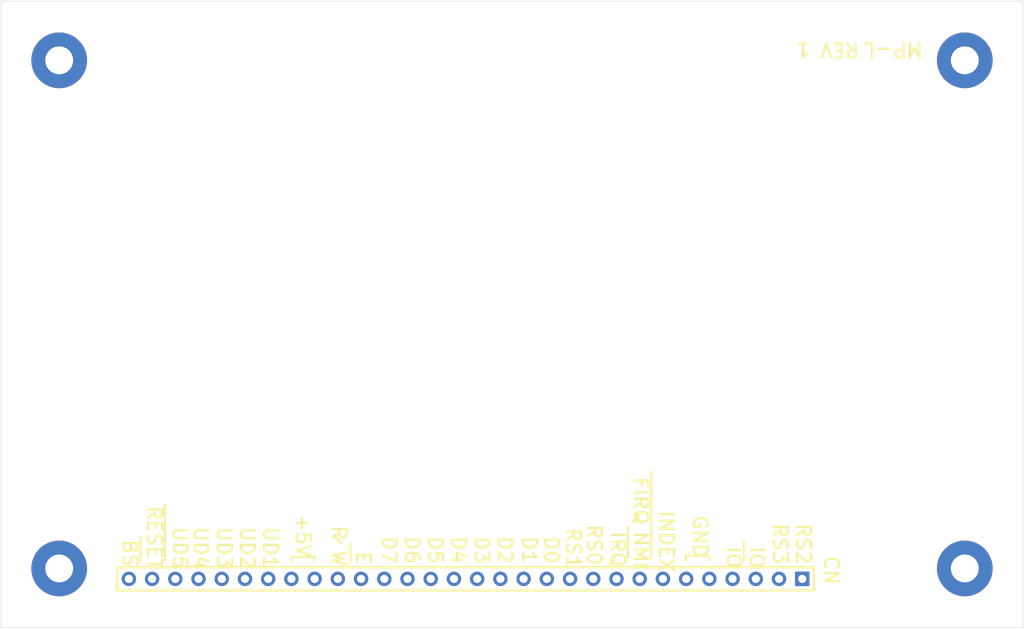
<source format=kicad_pcb>
(kicad_pcb (version 20211014) (generator pcbnew)
  (layers (0 "F.Cu" signal "Top Layer") (31 "B.Cu" signal "Bottom Layer") (34 "B.Paste" user "Bottom Paste") (35 "F.Paste" user "Top Paste") (36 "B.SilkS" user "Bottom Overlay") (37 "F.SilkS" user "Top Overlay") (38 "B.Mask" user "Bottom Solder") (39 "F.Mask" user "Top Solder") (44 "Edge.Cuts" user))
  (net 0 "")
  (footprint "" (layer "F.Cu") (at 98.9711 77.1906)
    (fp_text reference "" (at 0 0) (layer "F.SilkS") (effects (font (size 1.27 1.27))))
    (fp_text value "" (at 0 0) (layer "F.SilkS") (effects (font (size 1.27 1.27))))
    (pad "0" thru_hole circle locked (at 0 0) (size 6.096 6.096) (drill 3.048) (layers *.Cu *.Mask))
  )
  (footprint "" (layer "F.Cu") (at 98.9711 132.8166)
    (fp_text reference "" (at 0 0) (layer "F.SilkS") (effects (font (size 1.27 1.27))))
    (fp_text value "" (at 0 0) (layer "F.SilkS") (effects (font (size 1.27 1.27))))
    (pad "0" thru_hole circle locked (at 0 0) (size 6.096 6.096) (drill 3.048) (layers *.Cu *.Mask))
  )
  (footprint "" (layer "F.Cu") (at 198.0311 77.1906)
    (fp_text reference "" (at 0 0) (layer "F.SilkS") (effects (font (size 1.27 1.27))))
    (fp_text value "" (at 0 0) (layer "F.SilkS") (effects (font (size 1.27 1.27))))
    (pad "0" thru_hole circle locked (at 0 0) (size 6.096 6.096) (drill 3.048) (layers *.Cu *.Mask))
  )
  (footprint "ThroughHole.PcbLib:SIL30" (layer "F.Cu") (at 180.2511 133.9596 -90)
    (fp_text reference "CN" (at -2.667 -2.286 -90 unlocked) (layer "F.SilkS") (effects (font (size 1.524 1.524) (thickness 0.254)) (justify left bottom)))
    (fp_text value "SS30-100" hide)
    (fp_line (start 1.27 74.93) (end 1.27 -1.27) (layer "F.SilkS") (width 0.254))
    (fp_line (start -1.27 74.93) (end -1.27 -1.27) (layer "F.SilkS") (width 0.254))
    (fp_line (start 1.27 74.93) (end -1.27 74.93) (layer "F.SilkS") (width 0.254))
    (fp_line (start 1.27 -1.27) (end -1.27 -1.27) (layer "F.SilkS") (width 0.254))
    (pad "1" thru_hole rect locked (at 0 0 270) (size 1.5748 1.5748) (drill 0.899998) (layers *.Cu *.Mask))
    (pad "2" thru_hole circle locked (at 0 2.54 270) (size 1.5748 1.5748) (drill 0.899998) (layers *.Cu *.Mask))
    (pad "3" thru_hole circle locked (at 0 5.08 270) (size 1.5748 1.5748) (drill 0.899998) (layers *.Cu *.Mask))
    (pad "4" thru_hole circle locked (at 0 7.62 270) (size 1.5748 1.5748) (drill 0.899998) (layers *.Cu *.Mask))
    (pad "5" thru_hole circle locked (at 0 10.16 270) (size 1.5748 1.5748) (drill 0.899998) (layers *.Cu *.Mask))
    (pad "6" thru_hole circle locked (at 0 12.7 270) (size 1.5748 1.5748) (drill 0.899998) (layers *.Cu *.Mask))
    (pad "7" thru_hole circle locked (at 0 15.24 270) (size 1.5748 1.5748) (drill 0.899998) (layers *.Cu *.Mask))
    (pad "8" thru_hole circle locked (at 0 17.78 270) (size 1.5748 1.5748) (drill 0.899998) (layers *.Cu *.Mask))
    (pad "9" thru_hole circle locked (at 0 20.32 270) (size 1.5748 1.5748) (drill 0.899998) (layers *.Cu *.Mask))
    (pad "10" thru_hole circle locked (at 0 22.86 270) (size 1.5748 1.5748) (drill 0.899998) (layers *.Cu *.Mask))
    (pad "11" thru_hole circle locked (at 0 25.4 270) (size 1.5748 1.5748) (drill 0.899998) (layers *.Cu *.Mask))
    (pad "12" thru_hole circle locked (at 0 27.94 270) (size 1.5748 1.5748) (drill 0.899998) (layers *.Cu *.Mask))
    (pad "13" thru_hole circle locked (at 0 30.48 270) (size 1.5748 1.5748) (drill 0.899998) (layers *.Cu *.Mask))
    (pad "14" thru_hole circle locked (at 0 33.02 270) (size 1.5748 1.5748) (drill 0.899998) (layers *.Cu *.Mask))
    (pad "15" thru_hole circle locked (at 0 35.56 270) (size 1.5748 1.5748) (drill 0.899998) (layers *.Cu *.Mask))
    (pad "16" thru_hole circle locked (at 0 38.1 270) (size 1.5748 1.5748) (drill 0.899998) (layers *.Cu *.Mask))
    (pad "17" thru_hole circle locked (at 0 40.64 270) (size 1.5748 1.5748) (drill 0.899998) (layers *.Cu *.Mask))
    (pad "18" thru_hole circle locked (at 0 43.18 270) (size 1.5748 1.5748) (drill 0.899998) (layers *.Cu *.Mask))
    (pad "19" thru_hole circle locked (at 0 45.72 270) (size 1.5748 1.5748) (drill 0.899998) (layers *.Cu *.Mask))
    (pad "20" thru_hole circle locked (at 0 48.26 270) (size 1.5748 1.5748) (drill 0.899998) (layers *.Cu *.Mask))
    (pad "21" thru_hole circle locked (at 0 50.8 270) (size 1.5748 1.5748) (drill 0.899998) (layers *.Cu *.Mask))
    (pad "22" thru_hole circle locked (at 0 53.34 270) (size 1.5748 1.5748) (drill 0.899998) (layers *.Cu *.Mask))
    (pad "23" thru_hole circle locked (at 0 55.88 270) (size 1.5748 1.5748) (drill 0.899998) (layers *.Cu *.Mask))
    (pad "24" thru_hole circle locked (at 0 58.42 270) (size 1.5748 1.5748) (drill 0.899998) (layers *.Cu *.Mask))
    (pad "25" thru_hole circle locked (at 0 60.96 270) (size 1.5748 1.5748) (drill 0.899998) (layers *.Cu *.Mask))
    (pad "26" thru_hole circle locked (at 0 63.5 270) (size 1.5748 1.5748) (drill 0.899998) (layers *.Cu *.Mask))
    (pad "27" thru_hole circle locked (at 0 66.04 270) (size 1.5748 1.5748) (drill 0.899998) (layers *.Cu *.Mask))
    (pad "28" thru_hole circle locked (at 0 68.58 270) (size 1.5748 1.5748) (drill 0.899998) (layers *.Cu *.Mask))
    (pad "29" thru_hole circle locked (at 0 71.12 270) (size 1.5748 1.5748) (drill 0.899998) (layers *.Cu *.Mask))
    (pad "30" thru_hole circle locked (at 0 73.66 270) (size 1.5748 1.5748) (drill 0.899998) (layers *.Cu *.Mask))
  )
  (footprint "" (layer "F.Cu") (at 198.0311 132.8166)
    (fp_text reference "" (at 0 0) (layer "F.SilkS") (effects (font (size 1.27 1.27))))
    (fp_text value "" (at 0 0) (layer "F.SilkS") (effects (font (size 1.27 1.27))))
    (pad "0" thru_hole circle locked (at 0 0 180) (size 6.096 6.096) (drill 3.048) (layers *.Cu *.Mask))
  )
  (gr_line (start 124.3711 131.5466) (end 126.9111 131.5466) (layer "F.SilkS") (width 0.254))
  (gr_line (start 173.9011 131.9276) (end 173.9011 129.8956) (layer "F.SilkS") (width 0.254))
  (gr_line (start 129.1971 129.3876) (end 129.8321 130.0226) (layer "F.SilkS") (width 0.254))
  (gr_line (start 161.2011 131.6736) (end 161.2011 128.2446) (layer "F.SilkS") (width 0.254))
  (gr_line (start 126.9111 132.0546) (end 126.9111 131.5466) (layer "F.SilkS") (width 0.254))
  (gr_line (start 130.8481 132.0546) (end 130.8481 130.1496) (layer "F.SilkS") (width 0.254))
  (gr_line (start 110.5281 131.9276) (end 110.5281 125.8316) (layer "F.SilkS") (width 0.254))
  (gr_line (start 107.8611 132.0546) (end 107.8611 129.3876) (layer "F.SilkS") (width 0.254))
  (gr_line (start 124.3711 132.0546) (end 124.3711 131.5466) (layer "F.SilkS") (width 0.254))
  (gr_line (start 162.0901 127.2286) (end 162.7251 127.8636) (layer "F.SilkS") (width 0.254))
  (gr_line (start 170.0911 131.9276) (end 170.0911 131.4196) (layer "F.SilkS") (width 0.254))
  (gr_line (start 163.7411 131.6736) (end 163.7411 122.2756) (layer "F.SilkS") (width 0.254))
  (gr_line (start 167.6781 131.4196) (end 170.0911 131.4196) (layer "F.SilkS") (width 0.254))
  (gr_line (start 167.5511 131.9276) (end 167.5511 131.4196) (layer "F.SilkS") (width 0.254))
  (gr_line (start 92.6211 70.7136) (end 92.6211 139.2936) (layer "Edge.Cuts") (width 0.05))
  (gr_line (start 92.6211 139.2936) (end 204.3811 139.2936) (layer "Edge.Cuts") (width 0.05))
  (gr_line (start 204.3811 70.7136) (end 92.6211 70.7136) (layer "Edge.Cuts") (width 0.05))
  (gr_line (start 204.3811 139.2936) (end 204.3811 70.7136) (layer "Edge.Cuts") (width 0.05))
  (gr_text "UD5" (at 111.2901 128.1176 270) (layer "F.SilkS") (effects (font (size 1.524 1.524) (thickness 0.254) bold) (justify left bottom)))
  (gr_text "IO" (at 171.8691 130.2766 270) (layer "F.SilkS") (effects (font (size 1.524 1.524) (thickness 0.254) bold) (justify left bottom)))
  (gr_text "UD1" (at 121.1961 128.1176 270) (layer "F.SilkS") (effects (font (size 1.524 1.524) (thickness 0.254) bold) (justify left bottom)))
  (gr_text "UD4" (at 113.5761 128.1176 270) (layer "F.SilkS") (effects (font (size 1.524 1.524) (thickness 0.254) bold) (justify left bottom)))
  (gr_text "+5V" (at 124.7521 126.7206 270) (layer "F.SilkS") (effects (font (size 1.524 1.524) (thickness 0.254) bold) (justify left bottom)))
  (gr_text "UD3" (at 116.1161 128.1176 270) (layer "F.SilkS") (effects (font (size 1.524 1.524) (thickness 0.254) bold) (justify left bottom)))
  (gr_text "R W" (at 128.6891 127.9906 270) (layer "F.SilkS") (effects (font (size 1.524 1.524) (thickness 0.254) bold) (justify left bottom)))
  (gr_text "REV 1" (at 186.6011 75.1586 180) (layer "F.SilkS") (effects (font (size 1.524 1.524) (thickness 0.254) bold) (justify left bottom)))
  (gr_text "BS" (at 105.8291 129.5146 270) (layer "F.SilkS") (effects (font (size 1.524 1.524) (thickness 0.254) bold) (justify left bottom)))
  (gr_text "D5" (at 139.2301 129.1336 270) (layer "F.SilkS") (effects (font (size 1.524 1.524) (thickness 0.254) bold) (justify left bottom)))
  (gr_text "RS0" (at 156.6291 127.8636 270) (layer "F.SilkS") (effects (font (size 1.524 1.524) (thickness 0.254) bold) (justify left bottom)))
  (gr_text "D0" (at 151.9301 129.1336 270) (layer "F.SilkS") (effects (font (size 1.524 1.524) (thickness 0.254) bold) (justify left bottom)))
  (gr_text "D1" (at 149.5171 129.1336 270) (layer "F.SilkS") (effects (font (size 1.524 1.524) (thickness 0.254) bold) (justify left bottom)))
  (gr_text "RS3" (at 176.9491 127.7366 270) (layer "F.SilkS") (effects (font (size 1.524 1.524) (thickness 0.254) bold) (justify left bottom)))
  (gr_text "RESET" (at 108.4961 125.8316 270) (layer "F.SilkS") (effects (font (size 1.524 1.524) (thickness 0.254) bold) (justify left bottom)))
  (gr_text "IO" (at 174.4091 130.2766 270) (layer "F.SilkS") (effects (font (size 1.524 1.524) (thickness 0.254) bold) (justify left bottom)))
  (gr_text "GND" (at 168.1861 126.8476 270) (layer "F.SilkS") (effects (font (size 1.524 1.524) (thickness 0.254) bold) (justify left bottom)))
  (gr_text "D7" (at 134.1501 129.1336 270) (layer "F.SilkS") (effects (font (size 1.524 1.524) (thickness 0.254) bold) (justify left bottom)))
  (gr_text "E" (at 131.3561 130.7846 270) (layer "F.SilkS") (effects (font (size 1.524 1.524) (thickness 0.254) bold) (justify left bottom)))
  (gr_text "FIRQ" (at 161.7091 122.6566 270) (layer "F.SilkS") (effects (font (size 1.524 1.524) (thickness 0.254) bold) (justify left bottom)))
  (gr_text "D2" (at 146.8501 129.1336 270) (layer "F.SilkS") (effects (font (size 1.524 1.524) (thickness 0.254) bold) (justify left bottom)))
  (gr_text "D6" (at 136.6901 129.1336 270) (layer "F.SilkS") (effects (font (size 1.524 1.524) (thickness 0.254) bold) (justify left bottom)))
  (gr_text "MP-L" (at 193.5861 75.1586 180) (layer "F.SilkS") (effects (font (size 1.524 1.524) (thickness 0.254) bold) (justify left bottom)))
  (gr_text "IRQ" (at 159.1691 128.6256 270) (layer "F.SilkS") (effects (font (size 1.524 1.524) (thickness 0.254) bold) (justify left bottom)))
  (gr_text "INDEX" (at 164.5031 126.3396 270) (layer "F.SilkS") (effects (font (size 1.524 1.524) (thickness 0.254) bold) (justify left bottom)))
  (gr_text "NMI" (at 161.7091 128.6256 270) (layer "F.SilkS") (effects (font (size 1.524 1.524) (thickness 0.254) bold) (justify left bottom)))
  (gr_text "D4" (at 141.7701 129.1336 270) (layer "F.SilkS") (effects (font (size 1.524 1.524) (thickness 0.254) bold) (justify left bottom)))
  (gr_text "RS1" (at 154.3431 128.2446 270) (layer "F.SilkS") (effects (font (size 1.524 1.524) (thickness 0.254) bold) (justify left bottom)))
  (gr_text "UD2" (at 118.6561 128.1176 270) (layer "F.SilkS") (effects (font (size 1.524 1.524) (thickness 0.254) bold) (justify left bottom)))
  (gr_text "D3" (at 144.3101 129.1336 270) (layer "F.SilkS") (effects (font (size 1.524 1.524) (thickness 0.254) bold) (justify left bottom)))
  (gr_text "RS2" (at 179.4891 127.7366 270) (layer "F.SilkS") (effects (font (size 1.524 1.524) (thickness 0.254) bold) (justify left bottom)))
)
</source>
